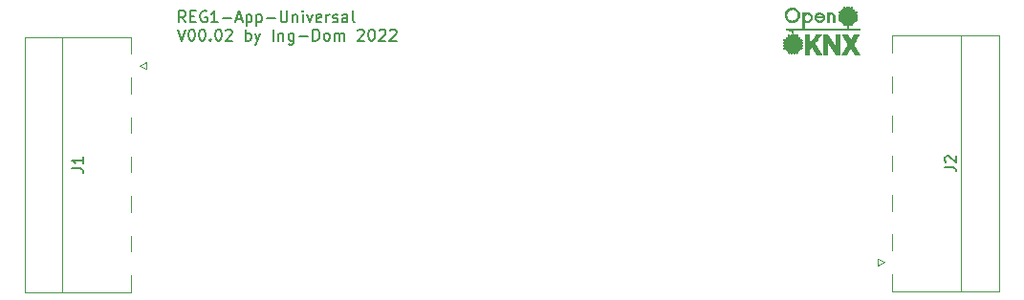
<source format=gbr>
G04 #@! TF.GenerationSoftware,KiCad,Pcbnew,(5.1.4)-1*
G04 #@! TF.CreationDate,2022-11-05T07:13:54+01:00*
G04 #@! TF.ProjectId,REG1-App-Universal,52454731-2d41-4707-902d-556e69766572,V00.02*
G04 #@! TF.SameCoordinates,Original*
G04 #@! TF.FileFunction,Legend,Top*
G04 #@! TF.FilePolarity,Positive*
%FSLAX46Y46*%
G04 Gerber Fmt 4.6, Leading zero omitted, Abs format (unit mm)*
G04 Created by KiCad (PCBNEW (5.1.4)-1) date 2022-11-05 07:13:54*
%MOMM*%
%LPD*%
G04 APERTURE LIST*
%ADD10C,0.150000*%
%ADD11C,0.010000*%
%ADD12C,0.120000*%
G04 APERTURE END LIST*
D10*
X82607023Y-94727380D02*
X82273690Y-94251190D01*
X82035595Y-94727380D02*
X82035595Y-93727380D01*
X82416547Y-93727380D01*
X82511785Y-93775000D01*
X82559404Y-93822619D01*
X82607023Y-93917857D01*
X82607023Y-94060714D01*
X82559404Y-94155952D01*
X82511785Y-94203571D01*
X82416547Y-94251190D01*
X82035595Y-94251190D01*
X83035595Y-94203571D02*
X83368928Y-94203571D01*
X83511785Y-94727380D02*
X83035595Y-94727380D01*
X83035595Y-93727380D01*
X83511785Y-93727380D01*
X84464166Y-93775000D02*
X84368928Y-93727380D01*
X84226071Y-93727380D01*
X84083214Y-93775000D01*
X83987976Y-93870238D01*
X83940357Y-93965476D01*
X83892738Y-94155952D01*
X83892738Y-94298809D01*
X83940357Y-94489285D01*
X83987976Y-94584523D01*
X84083214Y-94679761D01*
X84226071Y-94727380D01*
X84321309Y-94727380D01*
X84464166Y-94679761D01*
X84511785Y-94632142D01*
X84511785Y-94298809D01*
X84321309Y-94298809D01*
X85464166Y-94727380D02*
X84892738Y-94727380D01*
X85178452Y-94727380D02*
X85178452Y-93727380D01*
X85083214Y-93870238D01*
X84987976Y-93965476D01*
X84892738Y-94013095D01*
X85892738Y-94346428D02*
X86654642Y-94346428D01*
X87083214Y-94441666D02*
X87559404Y-94441666D01*
X86987976Y-94727380D02*
X87321309Y-93727380D01*
X87654642Y-94727380D01*
X87987976Y-94060714D02*
X87987976Y-95060714D01*
X87987976Y-94108333D02*
X88083214Y-94060714D01*
X88273690Y-94060714D01*
X88368928Y-94108333D01*
X88416547Y-94155952D01*
X88464166Y-94251190D01*
X88464166Y-94536904D01*
X88416547Y-94632142D01*
X88368928Y-94679761D01*
X88273690Y-94727380D01*
X88083214Y-94727380D01*
X87987976Y-94679761D01*
X88892738Y-94060714D02*
X88892738Y-95060714D01*
X88892738Y-94108333D02*
X88987976Y-94060714D01*
X89178452Y-94060714D01*
X89273690Y-94108333D01*
X89321309Y-94155952D01*
X89368928Y-94251190D01*
X89368928Y-94536904D01*
X89321309Y-94632142D01*
X89273690Y-94679761D01*
X89178452Y-94727380D01*
X88987976Y-94727380D01*
X88892738Y-94679761D01*
X89797500Y-94346428D02*
X90559404Y-94346428D01*
X91035595Y-93727380D02*
X91035595Y-94536904D01*
X91083214Y-94632142D01*
X91130833Y-94679761D01*
X91226071Y-94727380D01*
X91416547Y-94727380D01*
X91511785Y-94679761D01*
X91559404Y-94632142D01*
X91607023Y-94536904D01*
X91607023Y-93727380D01*
X92083214Y-94060714D02*
X92083214Y-94727380D01*
X92083214Y-94155952D02*
X92130833Y-94108333D01*
X92226071Y-94060714D01*
X92368928Y-94060714D01*
X92464166Y-94108333D01*
X92511785Y-94203571D01*
X92511785Y-94727380D01*
X92987976Y-94727380D02*
X92987976Y-94060714D01*
X92987976Y-93727380D02*
X92940357Y-93775000D01*
X92987976Y-93822619D01*
X93035595Y-93775000D01*
X92987976Y-93727380D01*
X92987976Y-93822619D01*
X93368928Y-94060714D02*
X93607023Y-94727380D01*
X93845119Y-94060714D01*
X94607023Y-94679761D02*
X94511785Y-94727380D01*
X94321309Y-94727380D01*
X94226071Y-94679761D01*
X94178452Y-94584523D01*
X94178452Y-94203571D01*
X94226071Y-94108333D01*
X94321309Y-94060714D01*
X94511785Y-94060714D01*
X94607023Y-94108333D01*
X94654642Y-94203571D01*
X94654642Y-94298809D01*
X94178452Y-94394047D01*
X95083214Y-94727380D02*
X95083214Y-94060714D01*
X95083214Y-94251190D02*
X95130833Y-94155952D01*
X95178452Y-94108333D01*
X95273690Y-94060714D01*
X95368928Y-94060714D01*
X95654642Y-94679761D02*
X95749880Y-94727380D01*
X95940357Y-94727380D01*
X96035595Y-94679761D01*
X96083214Y-94584523D01*
X96083214Y-94536904D01*
X96035595Y-94441666D01*
X95940357Y-94394047D01*
X95797500Y-94394047D01*
X95702261Y-94346428D01*
X95654642Y-94251190D01*
X95654642Y-94203571D01*
X95702261Y-94108333D01*
X95797500Y-94060714D01*
X95940357Y-94060714D01*
X96035595Y-94108333D01*
X96940357Y-94727380D02*
X96940357Y-94203571D01*
X96892738Y-94108333D01*
X96797500Y-94060714D01*
X96607023Y-94060714D01*
X96511785Y-94108333D01*
X96940357Y-94679761D02*
X96845119Y-94727380D01*
X96607023Y-94727380D01*
X96511785Y-94679761D01*
X96464166Y-94584523D01*
X96464166Y-94489285D01*
X96511785Y-94394047D01*
X96607023Y-94346428D01*
X96845119Y-94346428D01*
X96940357Y-94298809D01*
X97559404Y-94727380D02*
X97464166Y-94679761D01*
X97416547Y-94584523D01*
X97416547Y-93727380D01*
X81892738Y-95377380D02*
X82226071Y-96377380D01*
X82559404Y-95377380D01*
X83083214Y-95377380D02*
X83178452Y-95377380D01*
X83273690Y-95425000D01*
X83321309Y-95472619D01*
X83368928Y-95567857D01*
X83416547Y-95758333D01*
X83416547Y-95996428D01*
X83368928Y-96186904D01*
X83321309Y-96282142D01*
X83273690Y-96329761D01*
X83178452Y-96377380D01*
X83083214Y-96377380D01*
X82987976Y-96329761D01*
X82940357Y-96282142D01*
X82892738Y-96186904D01*
X82845119Y-95996428D01*
X82845119Y-95758333D01*
X82892738Y-95567857D01*
X82940357Y-95472619D01*
X82987976Y-95425000D01*
X83083214Y-95377380D01*
X84035595Y-95377380D02*
X84130833Y-95377380D01*
X84226071Y-95425000D01*
X84273690Y-95472619D01*
X84321309Y-95567857D01*
X84368928Y-95758333D01*
X84368928Y-95996428D01*
X84321309Y-96186904D01*
X84273690Y-96282142D01*
X84226071Y-96329761D01*
X84130833Y-96377380D01*
X84035595Y-96377380D01*
X83940357Y-96329761D01*
X83892738Y-96282142D01*
X83845119Y-96186904D01*
X83797500Y-95996428D01*
X83797500Y-95758333D01*
X83845119Y-95567857D01*
X83892738Y-95472619D01*
X83940357Y-95425000D01*
X84035595Y-95377380D01*
X84797500Y-96282142D02*
X84845119Y-96329761D01*
X84797500Y-96377380D01*
X84749880Y-96329761D01*
X84797500Y-96282142D01*
X84797500Y-96377380D01*
X85464166Y-95377380D02*
X85559404Y-95377380D01*
X85654642Y-95425000D01*
X85702261Y-95472619D01*
X85749880Y-95567857D01*
X85797500Y-95758333D01*
X85797500Y-95996428D01*
X85749880Y-96186904D01*
X85702261Y-96282142D01*
X85654642Y-96329761D01*
X85559404Y-96377380D01*
X85464166Y-96377380D01*
X85368928Y-96329761D01*
X85321309Y-96282142D01*
X85273690Y-96186904D01*
X85226071Y-95996428D01*
X85226071Y-95758333D01*
X85273690Y-95567857D01*
X85321309Y-95472619D01*
X85368928Y-95425000D01*
X85464166Y-95377380D01*
X86178452Y-95472619D02*
X86226071Y-95425000D01*
X86321309Y-95377380D01*
X86559404Y-95377380D01*
X86654642Y-95425000D01*
X86702261Y-95472619D01*
X86749880Y-95567857D01*
X86749880Y-95663095D01*
X86702261Y-95805952D01*
X86130833Y-96377380D01*
X86749880Y-96377380D01*
X87940357Y-96377380D02*
X87940357Y-95377380D01*
X87940357Y-95758333D02*
X88035595Y-95710714D01*
X88226071Y-95710714D01*
X88321309Y-95758333D01*
X88368928Y-95805952D01*
X88416547Y-95901190D01*
X88416547Y-96186904D01*
X88368928Y-96282142D01*
X88321309Y-96329761D01*
X88226071Y-96377380D01*
X88035595Y-96377380D01*
X87940357Y-96329761D01*
X88749880Y-95710714D02*
X88987976Y-96377380D01*
X89226071Y-95710714D02*
X88987976Y-96377380D01*
X88892738Y-96615476D01*
X88845119Y-96663095D01*
X88749880Y-96710714D01*
X90368928Y-96377380D02*
X90368928Y-95377380D01*
X90845119Y-95710714D02*
X90845119Y-96377380D01*
X90845119Y-95805952D02*
X90892738Y-95758333D01*
X90987976Y-95710714D01*
X91130833Y-95710714D01*
X91226071Y-95758333D01*
X91273690Y-95853571D01*
X91273690Y-96377380D01*
X92178452Y-95710714D02*
X92178452Y-96520238D01*
X92130833Y-96615476D01*
X92083214Y-96663095D01*
X91987976Y-96710714D01*
X91845119Y-96710714D01*
X91749880Y-96663095D01*
X92178452Y-96329761D02*
X92083214Y-96377380D01*
X91892738Y-96377380D01*
X91797500Y-96329761D01*
X91749880Y-96282142D01*
X91702261Y-96186904D01*
X91702261Y-95901190D01*
X91749880Y-95805952D01*
X91797500Y-95758333D01*
X91892738Y-95710714D01*
X92083214Y-95710714D01*
X92178452Y-95758333D01*
X92654642Y-95996428D02*
X93416547Y-95996428D01*
X93892738Y-96377380D02*
X93892738Y-95377380D01*
X94130833Y-95377380D01*
X94273690Y-95425000D01*
X94368928Y-95520238D01*
X94416547Y-95615476D01*
X94464166Y-95805952D01*
X94464166Y-95948809D01*
X94416547Y-96139285D01*
X94368928Y-96234523D01*
X94273690Y-96329761D01*
X94130833Y-96377380D01*
X93892738Y-96377380D01*
X95035595Y-96377380D02*
X94940357Y-96329761D01*
X94892738Y-96282142D01*
X94845119Y-96186904D01*
X94845119Y-95901190D01*
X94892738Y-95805952D01*
X94940357Y-95758333D01*
X95035595Y-95710714D01*
X95178452Y-95710714D01*
X95273690Y-95758333D01*
X95321309Y-95805952D01*
X95368928Y-95901190D01*
X95368928Y-96186904D01*
X95321309Y-96282142D01*
X95273690Y-96329761D01*
X95178452Y-96377380D01*
X95035595Y-96377380D01*
X95797500Y-96377380D02*
X95797500Y-95710714D01*
X95797500Y-95805952D02*
X95845119Y-95758333D01*
X95940357Y-95710714D01*
X96083214Y-95710714D01*
X96178452Y-95758333D01*
X96226071Y-95853571D01*
X96226071Y-96377380D01*
X96226071Y-95853571D02*
X96273690Y-95758333D01*
X96368928Y-95710714D01*
X96511785Y-95710714D01*
X96607023Y-95758333D01*
X96654642Y-95853571D01*
X96654642Y-96377380D01*
X97845119Y-95472619D02*
X97892738Y-95425000D01*
X97987976Y-95377380D01*
X98226071Y-95377380D01*
X98321309Y-95425000D01*
X98368928Y-95472619D01*
X98416547Y-95567857D01*
X98416547Y-95663095D01*
X98368928Y-95805952D01*
X97797500Y-96377380D01*
X98416547Y-96377380D01*
X99035595Y-95377380D02*
X99130833Y-95377380D01*
X99226071Y-95425000D01*
X99273690Y-95472619D01*
X99321309Y-95567857D01*
X99368928Y-95758333D01*
X99368928Y-95996428D01*
X99321309Y-96186904D01*
X99273690Y-96282142D01*
X99226071Y-96329761D01*
X99130833Y-96377380D01*
X99035595Y-96377380D01*
X98940357Y-96329761D01*
X98892738Y-96282142D01*
X98845119Y-96186904D01*
X98797500Y-95996428D01*
X98797500Y-95758333D01*
X98845119Y-95567857D01*
X98892738Y-95472619D01*
X98940357Y-95425000D01*
X99035595Y-95377380D01*
X99749880Y-95472619D02*
X99797500Y-95425000D01*
X99892738Y-95377380D01*
X100130833Y-95377380D01*
X100226071Y-95425000D01*
X100273690Y-95472619D01*
X100321309Y-95567857D01*
X100321309Y-95663095D01*
X100273690Y-95805952D01*
X99702261Y-96377380D01*
X100321309Y-96377380D01*
X100702261Y-95472619D02*
X100749880Y-95425000D01*
X100845119Y-95377380D01*
X101083214Y-95377380D01*
X101178452Y-95425000D01*
X101226071Y-95472619D01*
X101273690Y-95567857D01*
X101273690Y-95663095D01*
X101226071Y-95805952D01*
X100654642Y-96377380D01*
X101273690Y-96377380D01*
D11*
G36*
X139767732Y-93866770D02*
G01*
X139862945Y-93888676D01*
X139941100Y-93937311D01*
X140002493Y-94012880D01*
X140017236Y-94039925D01*
X140031809Y-94070347D01*
X140042513Y-94098208D01*
X140049945Y-94128979D01*
X140054700Y-94168130D01*
X140057375Y-94221131D01*
X140058565Y-94293453D01*
X140058868Y-94390567D01*
X140058875Y-94421991D01*
X140058875Y-94720500D01*
X139931875Y-94720500D01*
X139931786Y-94454593D01*
X139930793Y-94335083D01*
X139927366Y-94242652D01*
X139920703Y-94172673D01*
X139909998Y-94120517D01*
X139894447Y-94081556D01*
X139873248Y-94051162D01*
X139859182Y-94036696D01*
X139809802Y-94008684D01*
X139746176Y-93996458D01*
X139680781Y-94000363D01*
X139626098Y-94020741D01*
X139613850Y-94029937D01*
X139587147Y-94057432D01*
X139567126Y-94089001D01*
X139552865Y-94129452D01*
X139543447Y-94183594D01*
X139537950Y-94256236D01*
X139535454Y-94352188D01*
X139535000Y-94442177D01*
X139535000Y-94720500D01*
X139408000Y-94720500D01*
X139408000Y-93879125D01*
X139471500Y-93879125D01*
X139514871Y-93882716D01*
X139533252Y-93895102D01*
X139535000Y-93904260D01*
X139540875Y-93922884D01*
X139546906Y-93923267D01*
X139621305Y-93888566D01*
X139681700Y-93870210D01*
X139739354Y-93865319D01*
X139767732Y-93866770D01*
X139767732Y-93866770D01*
G37*
X139767732Y-93866770D02*
X139862945Y-93888676D01*
X139941100Y-93937311D01*
X140002493Y-94012880D01*
X140017236Y-94039925D01*
X140031809Y-94070347D01*
X140042513Y-94098208D01*
X140049945Y-94128979D01*
X140054700Y-94168130D01*
X140057375Y-94221131D01*
X140058565Y-94293453D01*
X140058868Y-94390567D01*
X140058875Y-94421991D01*
X140058875Y-94720500D01*
X139931875Y-94720500D01*
X139931786Y-94454593D01*
X139930793Y-94335083D01*
X139927366Y-94242652D01*
X139920703Y-94172673D01*
X139909998Y-94120517D01*
X139894447Y-94081556D01*
X139873248Y-94051162D01*
X139859182Y-94036696D01*
X139809802Y-94008684D01*
X139746176Y-93996458D01*
X139680781Y-94000363D01*
X139626098Y-94020741D01*
X139613850Y-94029937D01*
X139587147Y-94057432D01*
X139567126Y-94089001D01*
X139552865Y-94129452D01*
X139543447Y-94183594D01*
X139537950Y-94256236D01*
X139535454Y-94352188D01*
X139535000Y-94442177D01*
X139535000Y-94720500D01*
X139408000Y-94720500D01*
X139408000Y-93879125D01*
X139471500Y-93879125D01*
X139514871Y-93882716D01*
X139533252Y-93895102D01*
X139535000Y-93904260D01*
X139540875Y-93922884D01*
X139546906Y-93923267D01*
X139621305Y-93888566D01*
X139681700Y-93870210D01*
X139739354Y-93865319D01*
X139767732Y-93866770D01*
G36*
X138845469Y-93879191D02*
G01*
X138940416Y-93918298D01*
X139023894Y-93976748D01*
X139091215Y-94051938D01*
X139137692Y-94141259D01*
X139158635Y-94242106D01*
X139158995Y-94248860D01*
X139161937Y-94315687D01*
X138790918Y-94319953D01*
X138419900Y-94324219D01*
X138430146Y-94375451D01*
X138453463Y-94433560D01*
X138496337Y-94494414D01*
X138549913Y-94546590D01*
X138577624Y-94565667D01*
X138624022Y-94585473D01*
X138681330Y-94600666D01*
X138697301Y-94603314D01*
X138774039Y-94600889D01*
X138853013Y-94577029D01*
X138923650Y-94536505D01*
X138975379Y-94484088D01*
X138980966Y-94475304D01*
X139005822Y-94439280D01*
X139032444Y-94423031D01*
X139074687Y-94418917D01*
X139083304Y-94418875D01*
X139152348Y-94418875D01*
X139134363Y-94470468D01*
X139103897Y-94525491D01*
X139053072Y-94585349D01*
X138990543Y-94641989D01*
X138924967Y-94687357D01*
X138877193Y-94709763D01*
X138774544Y-94732030D01*
X138671650Y-94731592D01*
X138596506Y-94714458D01*
X138484953Y-94660412D01*
X138398693Y-94587483D01*
X138338364Y-94496559D01*
X138304601Y-94388529D01*
X138297098Y-94296353D01*
X138309275Y-94196625D01*
X138438809Y-94196625D01*
X138724967Y-94196625D01*
X138816317Y-94195914D01*
X138895606Y-94193938D01*
X138957829Y-94190936D01*
X138997980Y-94187142D01*
X139011125Y-94183097D01*
X138999069Y-94150271D01*
X138967995Y-94108625D01*
X138925544Y-94066584D01*
X138879355Y-94032576D01*
X138869721Y-94027151D01*
X138781578Y-93997238D01*
X138690897Y-93995472D01*
X138604256Y-94019826D01*
X138528237Y-94068271D01*
X138469416Y-94138780D01*
X138461521Y-94152968D01*
X138438809Y-94196625D01*
X138309275Y-94196625D01*
X138311682Y-94176913D01*
X138353922Y-94072472D01*
X138422779Y-93984718D01*
X138517214Y-93915338D01*
X138538699Y-93904005D01*
X138639923Y-93869439D01*
X138743742Y-93862036D01*
X138845469Y-93879191D01*
X138845469Y-93879191D01*
G37*
X138845469Y-93879191D02*
X138940416Y-93918298D01*
X139023894Y-93976748D01*
X139091215Y-94051938D01*
X139137692Y-94141259D01*
X139158635Y-94242106D01*
X139158995Y-94248860D01*
X139161937Y-94315687D01*
X138790918Y-94319953D01*
X138419900Y-94324219D01*
X138430146Y-94375451D01*
X138453463Y-94433560D01*
X138496337Y-94494414D01*
X138549913Y-94546590D01*
X138577624Y-94565667D01*
X138624022Y-94585473D01*
X138681330Y-94600666D01*
X138697301Y-94603314D01*
X138774039Y-94600889D01*
X138853013Y-94577029D01*
X138923650Y-94536505D01*
X138975379Y-94484088D01*
X138980966Y-94475304D01*
X139005822Y-94439280D01*
X139032444Y-94423031D01*
X139074687Y-94418917D01*
X139083304Y-94418875D01*
X139152348Y-94418875D01*
X139134363Y-94470468D01*
X139103897Y-94525491D01*
X139053072Y-94585349D01*
X138990543Y-94641989D01*
X138924967Y-94687357D01*
X138877193Y-94709763D01*
X138774544Y-94732030D01*
X138671650Y-94731592D01*
X138596506Y-94714458D01*
X138484953Y-94660412D01*
X138398693Y-94587483D01*
X138338364Y-94496559D01*
X138304601Y-94388529D01*
X138297098Y-94296353D01*
X138309275Y-94196625D01*
X138438809Y-94196625D01*
X138724967Y-94196625D01*
X138816317Y-94195914D01*
X138895606Y-94193938D01*
X138957829Y-94190936D01*
X138997980Y-94187142D01*
X139011125Y-94183097D01*
X138999069Y-94150271D01*
X138967995Y-94108625D01*
X138925544Y-94066584D01*
X138879355Y-94032576D01*
X138869721Y-94027151D01*
X138781578Y-93997238D01*
X138690897Y-93995472D01*
X138604256Y-94019826D01*
X138528237Y-94068271D01*
X138469416Y-94138780D01*
X138461521Y-94152968D01*
X138438809Y-94196625D01*
X138309275Y-94196625D01*
X138311682Y-94176913D01*
X138353922Y-94072472D01*
X138422779Y-93984718D01*
X138517214Y-93915338D01*
X138538699Y-93904005D01*
X138639923Y-93869439D01*
X138743742Y-93862036D01*
X138845469Y-93879191D01*
G36*
X136389104Y-93442612D02*
G01*
X136506698Y-93468292D01*
X136618405Y-93516615D01*
X136720699Y-93588130D01*
X136810052Y-93683387D01*
X136879551Y-93795994D01*
X136906391Y-93851861D01*
X136923717Y-93895486D01*
X136933606Y-93936920D01*
X136938137Y-93986211D01*
X136939389Y-94053407D01*
X136939437Y-94085499D01*
X136938883Y-94162067D01*
X136935834Y-94216937D01*
X136928212Y-94260156D01*
X136913938Y-94301773D01*
X136890933Y-94351838D01*
X136879551Y-94375005D01*
X136803770Y-94494384D01*
X136707212Y-94592000D01*
X136593835Y-94665994D01*
X136467596Y-94714508D01*
X136332456Y-94735682D01*
X136192370Y-94727658D01*
X136147556Y-94718717D01*
X136023586Y-94674146D01*
X135912490Y-94604165D01*
X135817232Y-94513223D01*
X135740777Y-94405772D01*
X135686089Y-94286262D01*
X135656133Y-94159141D01*
X135654205Y-94047959D01*
X135788916Y-94047959D01*
X135793866Y-94164732D01*
X135820779Y-94265833D01*
X135875777Y-94370768D01*
X135954007Y-94460863D01*
X136049687Y-94531449D01*
X136157035Y-94577857D01*
X136224903Y-94592187D01*
X136311203Y-94595607D01*
X136402152Y-94586789D01*
X136484180Y-94567582D01*
X136524461Y-94551342D01*
X136626510Y-94483421D01*
X136709078Y-94395740D01*
X136769798Y-94293450D01*
X136806299Y-94181699D01*
X136816213Y-94065638D01*
X136798634Y-93955342D01*
X136752475Y-93844776D01*
X136684341Y-93746813D01*
X136599394Y-93666845D01*
X136502797Y-93610265D01*
X136451086Y-93592253D01*
X136327458Y-93573448D01*
X136209638Y-93582559D01*
X136100559Y-93616451D01*
X136003153Y-93671992D01*
X135920353Y-93746048D01*
X135855092Y-93835483D01*
X135810302Y-93937165D01*
X135788916Y-94047959D01*
X135654205Y-94047959D01*
X135653873Y-94028862D01*
X135659650Y-93986281D01*
X135697372Y-93850627D01*
X135757422Y-93733214D01*
X135836273Y-93634592D01*
X135930398Y-93555313D01*
X136036271Y-93495925D01*
X136150364Y-93456978D01*
X136269151Y-93439024D01*
X136389104Y-93442612D01*
X136389104Y-93442612D01*
G37*
X136389104Y-93442612D02*
X136506698Y-93468292D01*
X136618405Y-93516615D01*
X136720699Y-93588130D01*
X136810052Y-93683387D01*
X136879551Y-93795994D01*
X136906391Y-93851861D01*
X136923717Y-93895486D01*
X136933606Y-93936920D01*
X136938137Y-93986211D01*
X136939389Y-94053407D01*
X136939437Y-94085499D01*
X136938883Y-94162067D01*
X136935834Y-94216937D01*
X136928212Y-94260156D01*
X136913938Y-94301773D01*
X136890933Y-94351838D01*
X136879551Y-94375005D01*
X136803770Y-94494384D01*
X136707212Y-94592000D01*
X136593835Y-94665994D01*
X136467596Y-94714508D01*
X136332456Y-94735682D01*
X136192370Y-94727658D01*
X136147556Y-94718717D01*
X136023586Y-94674146D01*
X135912490Y-94604165D01*
X135817232Y-94513223D01*
X135740777Y-94405772D01*
X135686089Y-94286262D01*
X135656133Y-94159141D01*
X135654205Y-94047959D01*
X135788916Y-94047959D01*
X135793866Y-94164732D01*
X135820779Y-94265833D01*
X135875777Y-94370768D01*
X135954007Y-94460863D01*
X136049687Y-94531449D01*
X136157035Y-94577857D01*
X136224903Y-94592187D01*
X136311203Y-94595607D01*
X136402152Y-94586789D01*
X136484180Y-94567582D01*
X136524461Y-94551342D01*
X136626510Y-94483421D01*
X136709078Y-94395740D01*
X136769798Y-94293450D01*
X136806299Y-94181699D01*
X136816213Y-94065638D01*
X136798634Y-93955342D01*
X136752475Y-93844776D01*
X136684341Y-93746813D01*
X136599394Y-93666845D01*
X136502797Y-93610265D01*
X136451086Y-93592253D01*
X136327458Y-93573448D01*
X136209638Y-93582559D01*
X136100559Y-93616451D01*
X136003153Y-93671992D01*
X135920353Y-93746048D01*
X135855092Y-93835483D01*
X135810302Y-93937165D01*
X135788916Y-94047959D01*
X135654205Y-94047959D01*
X135653873Y-94028862D01*
X135659650Y-93986281D01*
X135697372Y-93850627D01*
X135757422Y-93733214D01*
X135836273Y-93634592D01*
X135930398Y-93555313D01*
X136036271Y-93495925D01*
X136150364Y-93456978D01*
X136269151Y-93439024D01*
X136389104Y-93442612D01*
G36*
X141374876Y-93380025D02*
G01*
X141397624Y-93409429D01*
X141407424Y-93463388D01*
X141408250Y-93493362D01*
X141409373Y-93542223D01*
X141415228Y-93567255D01*
X141429545Y-93576363D01*
X141447937Y-93577500D01*
X141472297Y-93574595D01*
X141483924Y-93560246D01*
X141487447Y-93525999D01*
X141487625Y-93505018D01*
X141494428Y-93433559D01*
X141514367Y-93388466D01*
X141546732Y-93371255D01*
X141550385Y-93371125D01*
X141592797Y-93375359D01*
X141617168Y-93392370D01*
X141628169Y-93428618D01*
X141630500Y-93481964D01*
X141631330Y-93533599D01*
X141636653Y-93561982D01*
X141650712Y-93575609D01*
X141677754Y-93582978D01*
X141681330Y-93583697D01*
X141747071Y-93611810D01*
X141793947Y-93663026D01*
X141815391Y-93723424D01*
X141825057Y-93783875D01*
X141907166Y-93783875D01*
X141971723Y-93789275D01*
X142010100Y-93807041D01*
X142026245Y-93839518D01*
X142027375Y-93855312D01*
X142018474Y-93893376D01*
X141989070Y-93916124D01*
X141935111Y-93925924D01*
X141905137Y-93926750D01*
X141856276Y-93927873D01*
X141831244Y-93933728D01*
X141822136Y-93948045D01*
X141821000Y-93966437D01*
X141823904Y-93990797D01*
X141838253Y-94002424D01*
X141872500Y-94005947D01*
X141893481Y-94006125D01*
X141965790Y-94013000D01*
X142010112Y-94033860D01*
X142027131Y-94069058D01*
X142027375Y-94074946D01*
X142019017Y-94114158D01*
X141991042Y-94137607D01*
X141939095Y-94147931D01*
X141905137Y-94149000D01*
X141856276Y-94150123D01*
X141831244Y-94155978D01*
X141822136Y-94170295D01*
X141821000Y-94188687D01*
X141823381Y-94211735D01*
X141835795Y-94223542D01*
X141866147Y-94227839D01*
X141905137Y-94228375D01*
X141970268Y-94233576D01*
X142009193Y-94250760D01*
X142025962Y-94282294D01*
X142027375Y-94299812D01*
X142018474Y-94337876D01*
X141989070Y-94360624D01*
X141935111Y-94370424D01*
X141905137Y-94371250D01*
X141856213Y-94372446D01*
X141831145Y-94378387D01*
X141822062Y-94392602D01*
X141821000Y-94408971D01*
X141824003Y-94430773D01*
X141838090Y-94443248D01*
X141870874Y-94450262D01*
X141909773Y-94454055D01*
X141971929Y-94463538D01*
X142008341Y-94482028D01*
X142024648Y-94513718D01*
X142027131Y-94541347D01*
X142013516Y-94578343D01*
X141971918Y-94600964D01*
X141902125Y-94609319D01*
X141894550Y-94609375D01*
X141848520Y-94611929D01*
X141824344Y-94622394D01*
X141812343Y-94644974D01*
X141812307Y-94645093D01*
X141779569Y-94703612D01*
X141726631Y-94746314D01*
X141683523Y-94761711D01*
X141653579Y-94768698D01*
X141637772Y-94780899D01*
X141631584Y-94806855D01*
X141630501Y-94855105D01*
X141630500Y-94861966D01*
X141625492Y-94929947D01*
X141609277Y-94971114D01*
X141580066Y-94988971D01*
X141564958Y-94990375D01*
X141523548Y-94976586D01*
X141497825Y-94935211D01*
X141487780Y-94866238D01*
X141487625Y-94854303D01*
X141486562Y-94804704D01*
X141480976Y-94779024D01*
X141467265Y-94769446D01*
X141447937Y-94768125D01*
X141425657Y-94770235D01*
X141413794Y-94781619D01*
X141409080Y-94809853D01*
X141408250Y-94860200D01*
X141403395Y-94928647D01*
X141387622Y-94970279D01*
X141359118Y-94988696D01*
X141342708Y-94990375D01*
X141301298Y-94976586D01*
X141275575Y-94935211D01*
X141265530Y-94866238D01*
X141265375Y-94854303D01*
X141264312Y-94804704D01*
X141258726Y-94779024D01*
X141245015Y-94769446D01*
X141225687Y-94768125D01*
X141203721Y-94770132D01*
X141191845Y-94781115D01*
X141186968Y-94808516D01*
X141186001Y-94859779D01*
X141186000Y-94863715D01*
X141184735Y-94917807D01*
X141178778Y-94949235D01*
X141164889Y-94967049D01*
X141145079Y-94977950D01*
X141102403Y-94989351D01*
X141073037Y-94976557D01*
X141055057Y-94937378D01*
X141046536Y-94869626D01*
X141046336Y-94865693D01*
X141042815Y-94812041D01*
X141036682Y-94782791D01*
X141024649Y-94770600D01*
X141003432Y-94768125D01*
X141002679Y-94768125D01*
X140980133Y-94770584D01*
X140968539Y-94783204D01*
X140964288Y-94813847D01*
X140963750Y-94852977D01*
X140959648Y-94913341D01*
X140945906Y-94951098D01*
X140934718Y-94964102D01*
X140892689Y-94987953D01*
X140854583Y-94980374D01*
X140829712Y-94955092D01*
X140814255Y-94917027D01*
X140805664Y-94864484D01*
X140805000Y-94846480D01*
X140803428Y-94801244D01*
X140793885Y-94776974D01*
X140769124Y-94762896D01*
X140743252Y-94754650D01*
X140689209Y-94727416D01*
X140648974Y-94686433D01*
X140630714Y-94640448D01*
X140630375Y-94633746D01*
X140622407Y-94618520D01*
X140594367Y-94611049D01*
X140551000Y-94609375D01*
X140489154Y-94601277D01*
X140440483Y-94579687D01*
X140412280Y-94548656D01*
X140408125Y-94530000D01*
X140422712Y-94495530D01*
X140461722Y-94468529D01*
X140518022Y-94452928D01*
X140552104Y-94450625D01*
X140599407Y-94449409D01*
X140622454Y-94443405D01*
X140628716Y-94429073D01*
X140627510Y-94414906D01*
X140620993Y-94394353D01*
X140603581Y-94382763D01*
X140567344Y-94376800D01*
X140531292Y-94374430D01*
X140475140Y-94369035D01*
X140442179Y-94358300D01*
X140423948Y-94339349D01*
X140423008Y-94337647D01*
X140414825Y-94304763D01*
X140430220Y-94268466D01*
X140431175Y-94266997D01*
X140450695Y-94244193D01*
X140477387Y-94232565D01*
X140521558Y-94228602D01*
X140544532Y-94228375D01*
X140594630Y-94227368D01*
X140620215Y-94222278D01*
X140628507Y-94209993D01*
X140627510Y-94192656D01*
X140620993Y-94172103D01*
X140603581Y-94160513D01*
X140567344Y-94154550D01*
X140531292Y-94152180D01*
X140475140Y-94146785D01*
X140442179Y-94136050D01*
X140423948Y-94117099D01*
X140423008Y-94115397D01*
X140414825Y-94082513D01*
X140430220Y-94046216D01*
X140431175Y-94044747D01*
X140450882Y-94021806D01*
X140477895Y-94010188D01*
X140522618Y-94006314D01*
X140543428Y-94006125D01*
X140593303Y-94005084D01*
X140619225Y-93999594D01*
X140628980Y-93986101D01*
X140630375Y-93966437D01*
X140627947Y-93943298D01*
X140615371Y-93931461D01*
X140584709Y-93927123D01*
X140547031Y-93926506D01*
X140475934Y-93920383D01*
X140432962Y-93901604D01*
X140416566Y-93868805D01*
X140425194Y-93820622D01*
X140425574Y-93819593D01*
X140436683Y-93799518D01*
X140456596Y-93788737D01*
X140493795Y-93784472D01*
X140534613Y-93783875D01*
X140630375Y-93783875D01*
X140630375Y-93730630D01*
X140644893Y-93672413D01*
X140683097Y-93622009D01*
X140736959Y-93588775D01*
X140756896Y-93583152D01*
X140785902Y-93574997D01*
X140800046Y-93559505D01*
X140804631Y-93527207D01*
X140805000Y-93497274D01*
X140813508Y-93429589D01*
X140839442Y-93387954D01*
X140883420Y-93371485D01*
X140892887Y-93371125D01*
X140930783Y-93383654D01*
X140954073Y-93422149D01*
X140963473Y-93487963D01*
X140963750Y-93505018D01*
X140965765Y-93550058D01*
X140974161Y-93571521D01*
X140992461Y-93577450D01*
X140995500Y-93577500D01*
X141014650Y-93573257D01*
X141024136Y-93555302D01*
X141027137Y-93515793D01*
X141027250Y-93499258D01*
X141035413Y-93430997D01*
X141060474Y-93388890D01*
X141103285Y-93371690D01*
X141115137Y-93371125D01*
X141153033Y-93383654D01*
X141176323Y-93422149D01*
X141185723Y-93487963D01*
X141186000Y-93505018D01*
X141187590Y-93549507D01*
X141195447Y-93570741D01*
X141214199Y-93577176D01*
X141225687Y-93577500D01*
X141248735Y-93575118D01*
X141260542Y-93562704D01*
X141264839Y-93532352D01*
X141265375Y-93493362D01*
X141270576Y-93428231D01*
X141287760Y-93389306D01*
X141319294Y-93372537D01*
X141336812Y-93371124D01*
X141374876Y-93380025D01*
X141374876Y-93380025D01*
G37*
X141374876Y-93380025D02*
X141397624Y-93409429D01*
X141407424Y-93463388D01*
X141408250Y-93493362D01*
X141409373Y-93542223D01*
X141415228Y-93567255D01*
X141429545Y-93576363D01*
X141447937Y-93577500D01*
X141472297Y-93574595D01*
X141483924Y-93560246D01*
X141487447Y-93525999D01*
X141487625Y-93505018D01*
X141494428Y-93433559D01*
X141514367Y-93388466D01*
X141546732Y-93371255D01*
X141550385Y-93371125D01*
X141592797Y-93375359D01*
X141617168Y-93392370D01*
X141628169Y-93428618D01*
X141630500Y-93481964D01*
X141631330Y-93533599D01*
X141636653Y-93561982D01*
X141650712Y-93575609D01*
X141677754Y-93582978D01*
X141681330Y-93583697D01*
X141747071Y-93611810D01*
X141793947Y-93663026D01*
X141815391Y-93723424D01*
X141825057Y-93783875D01*
X141907166Y-93783875D01*
X141971723Y-93789275D01*
X142010100Y-93807041D01*
X142026245Y-93839518D01*
X142027375Y-93855312D01*
X142018474Y-93893376D01*
X141989070Y-93916124D01*
X141935111Y-93925924D01*
X141905137Y-93926750D01*
X141856276Y-93927873D01*
X141831244Y-93933728D01*
X141822136Y-93948045D01*
X141821000Y-93966437D01*
X141823904Y-93990797D01*
X141838253Y-94002424D01*
X141872500Y-94005947D01*
X141893481Y-94006125D01*
X141965790Y-94013000D01*
X142010112Y-94033860D01*
X142027131Y-94069058D01*
X142027375Y-94074946D01*
X142019017Y-94114158D01*
X141991042Y-94137607D01*
X141939095Y-94147931D01*
X141905137Y-94149000D01*
X141856276Y-94150123D01*
X141831244Y-94155978D01*
X141822136Y-94170295D01*
X141821000Y-94188687D01*
X141823381Y-94211735D01*
X141835795Y-94223542D01*
X141866147Y-94227839D01*
X141905137Y-94228375D01*
X141970268Y-94233576D01*
X142009193Y-94250760D01*
X142025962Y-94282294D01*
X142027375Y-94299812D01*
X142018474Y-94337876D01*
X141989070Y-94360624D01*
X141935111Y-94370424D01*
X141905137Y-94371250D01*
X141856213Y-94372446D01*
X141831145Y-94378387D01*
X141822062Y-94392602D01*
X141821000Y-94408971D01*
X141824003Y-94430773D01*
X141838090Y-94443248D01*
X141870874Y-94450262D01*
X141909773Y-94454055D01*
X141971929Y-94463538D01*
X142008341Y-94482028D01*
X142024648Y-94513718D01*
X142027131Y-94541347D01*
X142013516Y-94578343D01*
X141971918Y-94600964D01*
X141902125Y-94609319D01*
X141894550Y-94609375D01*
X141848520Y-94611929D01*
X141824344Y-94622394D01*
X141812343Y-94644974D01*
X141812307Y-94645093D01*
X141779569Y-94703612D01*
X141726631Y-94746314D01*
X141683523Y-94761711D01*
X141653579Y-94768698D01*
X141637772Y-94780899D01*
X141631584Y-94806855D01*
X141630501Y-94855105D01*
X141630500Y-94861966D01*
X141625492Y-94929947D01*
X141609277Y-94971114D01*
X141580066Y-94988971D01*
X141564958Y-94990375D01*
X141523548Y-94976586D01*
X141497825Y-94935211D01*
X141487780Y-94866238D01*
X141487625Y-94854303D01*
X141486562Y-94804704D01*
X141480976Y-94779024D01*
X141467265Y-94769446D01*
X141447937Y-94768125D01*
X141425657Y-94770235D01*
X141413794Y-94781619D01*
X141409080Y-94809853D01*
X141408250Y-94860200D01*
X141403395Y-94928647D01*
X141387622Y-94970279D01*
X141359118Y-94988696D01*
X141342708Y-94990375D01*
X141301298Y-94976586D01*
X141275575Y-94935211D01*
X141265530Y-94866238D01*
X141265375Y-94854303D01*
X141264312Y-94804704D01*
X141258726Y-94779024D01*
X141245015Y-94769446D01*
X141225687Y-94768125D01*
X141203721Y-94770132D01*
X141191845Y-94781115D01*
X141186968Y-94808516D01*
X141186001Y-94859779D01*
X141186000Y-94863715D01*
X141184735Y-94917807D01*
X141178778Y-94949235D01*
X141164889Y-94967049D01*
X141145079Y-94977950D01*
X141102403Y-94989351D01*
X141073037Y-94976557D01*
X141055057Y-94937378D01*
X141046536Y-94869626D01*
X141046336Y-94865693D01*
X141042815Y-94812041D01*
X141036682Y-94782791D01*
X141024649Y-94770600D01*
X141003432Y-94768125D01*
X141002679Y-94768125D01*
X140980133Y-94770584D01*
X140968539Y-94783204D01*
X140964288Y-94813847D01*
X140963750Y-94852977D01*
X140959648Y-94913341D01*
X140945906Y-94951098D01*
X140934718Y-94964102D01*
X140892689Y-94987953D01*
X140854583Y-94980374D01*
X140829712Y-94955092D01*
X140814255Y-94917027D01*
X140805664Y-94864484D01*
X140805000Y-94846480D01*
X140803428Y-94801244D01*
X140793885Y-94776974D01*
X140769124Y-94762896D01*
X140743252Y-94754650D01*
X140689209Y-94727416D01*
X140648974Y-94686433D01*
X140630714Y-94640448D01*
X140630375Y-94633746D01*
X140622407Y-94618520D01*
X140594367Y-94611049D01*
X140551000Y-94609375D01*
X140489154Y-94601277D01*
X140440483Y-94579687D01*
X140412280Y-94548656D01*
X140408125Y-94530000D01*
X140422712Y-94495530D01*
X140461722Y-94468529D01*
X140518022Y-94452928D01*
X140552104Y-94450625D01*
X140599407Y-94449409D01*
X140622454Y-94443405D01*
X140628716Y-94429073D01*
X140627510Y-94414906D01*
X140620993Y-94394353D01*
X140603581Y-94382763D01*
X140567344Y-94376800D01*
X140531292Y-94374430D01*
X140475140Y-94369035D01*
X140442179Y-94358300D01*
X140423948Y-94339349D01*
X140423008Y-94337647D01*
X140414825Y-94304763D01*
X140430220Y-94268466D01*
X140431175Y-94266997D01*
X140450695Y-94244193D01*
X140477387Y-94232565D01*
X140521558Y-94228602D01*
X140544532Y-94228375D01*
X140594630Y-94227368D01*
X140620215Y-94222278D01*
X140628507Y-94209993D01*
X140627510Y-94192656D01*
X140620993Y-94172103D01*
X140603581Y-94160513D01*
X140567344Y-94154550D01*
X140531292Y-94152180D01*
X140475140Y-94146785D01*
X140442179Y-94136050D01*
X140423948Y-94117099D01*
X140423008Y-94115397D01*
X140414825Y-94082513D01*
X140430220Y-94046216D01*
X140431175Y-94044747D01*
X140450882Y-94021806D01*
X140477895Y-94010188D01*
X140522618Y-94006314D01*
X140543428Y-94006125D01*
X140593303Y-94005084D01*
X140619225Y-93999594D01*
X140628980Y-93986101D01*
X140630375Y-93966437D01*
X140627947Y-93943298D01*
X140615371Y-93931461D01*
X140584709Y-93927123D01*
X140547031Y-93926506D01*
X140475934Y-93920383D01*
X140432962Y-93901604D01*
X140416566Y-93868805D01*
X140425194Y-93820622D01*
X140425574Y-93819593D01*
X140436683Y-93799518D01*
X140456596Y-93788737D01*
X140493795Y-93784472D01*
X140534613Y-93783875D01*
X140630375Y-93783875D01*
X140630375Y-93730630D01*
X140644893Y-93672413D01*
X140683097Y-93622009D01*
X140736959Y-93588775D01*
X140756896Y-93583152D01*
X140785902Y-93574997D01*
X140800046Y-93559505D01*
X140804631Y-93527207D01*
X140805000Y-93497274D01*
X140813508Y-93429589D01*
X140839442Y-93387954D01*
X140883420Y-93371485D01*
X140892887Y-93371125D01*
X140930783Y-93383654D01*
X140954073Y-93422149D01*
X140963473Y-93487963D01*
X140963750Y-93505018D01*
X140965765Y-93550058D01*
X140974161Y-93571521D01*
X140992461Y-93577450D01*
X140995500Y-93577500D01*
X141014650Y-93573257D01*
X141024136Y-93555302D01*
X141027137Y-93515793D01*
X141027250Y-93499258D01*
X141035413Y-93430997D01*
X141060474Y-93388890D01*
X141103285Y-93371690D01*
X141115137Y-93371125D01*
X141153033Y-93383654D01*
X141176323Y-93422149D01*
X141185723Y-93487963D01*
X141186000Y-93505018D01*
X141187590Y-93549507D01*
X141195447Y-93570741D01*
X141214199Y-93577176D01*
X141225687Y-93577500D01*
X141248735Y-93575118D01*
X141260542Y-93562704D01*
X141264839Y-93532352D01*
X141265375Y-93493362D01*
X141270576Y-93428231D01*
X141287760Y-93389306D01*
X141319294Y-93372537D01*
X141336812Y-93371124D01*
X141374876Y-93380025D01*
G36*
X137800689Y-93885072D02*
G01*
X137897845Y-93933439D01*
X137981768Y-94005635D01*
X138047726Y-94099810D01*
X138062549Y-94130363D01*
X138082612Y-94203852D01*
X138088695Y-94292867D01*
X138081209Y-94384634D01*
X138060563Y-94466378D01*
X138051029Y-94488779D01*
X137988760Y-94583300D01*
X137907272Y-94656032D01*
X137811696Y-94705553D01*
X137707166Y-94730445D01*
X137598815Y-94729288D01*
X137491776Y-94700663D01*
X137419996Y-94663277D01*
X137382416Y-94640229D01*
X137357094Y-94626721D01*
X137352527Y-94625250D01*
X137349950Y-94640312D01*
X137347699Y-94682247D01*
X137345910Y-94746181D01*
X137344716Y-94827237D01*
X137344251Y-94920539D01*
X137344250Y-94926875D01*
X137344250Y-95228500D01*
X137217250Y-95228500D01*
X137217250Y-94317213D01*
X137351561Y-94317213D01*
X137371007Y-94404820D01*
X137415750Y-94483141D01*
X137482579Y-94546763D01*
X137568288Y-94590272D01*
X137578629Y-94593568D01*
X137640345Y-94606391D01*
X137699586Y-94603254D01*
X137745527Y-94592545D01*
X137825240Y-94555489D01*
X137888677Y-94496903D01*
X137933718Y-94423058D01*
X137958241Y-94340228D01*
X137960122Y-94254686D01*
X137937240Y-94172704D01*
X137905193Y-94120593D01*
X137833289Y-94051848D01*
X137752006Y-94009713D01*
X137666446Y-93993203D01*
X137581711Y-94001333D01*
X137502905Y-94033118D01*
X137435129Y-94087572D01*
X137383486Y-94163711D01*
X137360618Y-94225734D01*
X137351561Y-94317213D01*
X137217250Y-94317213D01*
X137217250Y-93879125D01*
X137280750Y-93879125D01*
X137321466Y-93881005D01*
X137339566Y-93891197D01*
X137344149Y-93916523D01*
X137344250Y-93926750D01*
X137350267Y-93962996D01*
X137365290Y-93974250D01*
X137384771Y-93957149D01*
X137384945Y-93956868D01*
X137404496Y-93940890D01*
X137443417Y-93918238D01*
X137477164Y-93901461D01*
X137585615Y-93867232D01*
X137695035Y-93862386D01*
X137800689Y-93885072D01*
X137800689Y-93885072D01*
G37*
X137800689Y-93885072D02*
X137897845Y-93933439D01*
X137981768Y-94005635D01*
X138047726Y-94099810D01*
X138062549Y-94130363D01*
X138082612Y-94203852D01*
X138088695Y-94292867D01*
X138081209Y-94384634D01*
X138060563Y-94466378D01*
X138051029Y-94488779D01*
X137988760Y-94583300D01*
X137907272Y-94656032D01*
X137811696Y-94705553D01*
X137707166Y-94730445D01*
X137598815Y-94729288D01*
X137491776Y-94700663D01*
X137419996Y-94663277D01*
X137382416Y-94640229D01*
X137357094Y-94626721D01*
X137352527Y-94625250D01*
X137349950Y-94640312D01*
X137347699Y-94682247D01*
X137345910Y-94746181D01*
X137344716Y-94827237D01*
X137344251Y-94920539D01*
X137344250Y-94926875D01*
X137344250Y-95228500D01*
X137217250Y-95228500D01*
X137217250Y-94317213D01*
X137351561Y-94317213D01*
X137371007Y-94404820D01*
X137415750Y-94483141D01*
X137482579Y-94546763D01*
X137568288Y-94590272D01*
X137578629Y-94593568D01*
X137640345Y-94606391D01*
X137699586Y-94603254D01*
X137745527Y-94592545D01*
X137825240Y-94555489D01*
X137888677Y-94496903D01*
X137933718Y-94423058D01*
X137958241Y-94340228D01*
X137960122Y-94254686D01*
X137937240Y-94172704D01*
X137905193Y-94120593D01*
X137833289Y-94051848D01*
X137752006Y-94009713D01*
X137666446Y-93993203D01*
X137581711Y-94001333D01*
X137502905Y-94033118D01*
X137435129Y-94087572D01*
X137383486Y-94163711D01*
X137360618Y-94225734D01*
X137351561Y-94317213D01*
X137217250Y-94317213D01*
X137217250Y-93879125D01*
X137280750Y-93879125D01*
X137321466Y-93881005D01*
X137339566Y-93891197D01*
X137344149Y-93916523D01*
X137344250Y-93926750D01*
X137350267Y-93962996D01*
X137365290Y-93974250D01*
X137384771Y-93957149D01*
X137384945Y-93956868D01*
X137404496Y-93940890D01*
X137443417Y-93918238D01*
X137477164Y-93901461D01*
X137585615Y-93867232D01*
X137695035Y-93862386D01*
X137800689Y-93885072D01*
G36*
X141241854Y-95048961D02*
G01*
X141251882Y-95062329D01*
X141257676Y-95092489D01*
X141261143Y-95145887D01*
X141262074Y-95168968D01*
X141266710Y-95292000D01*
X141754992Y-95292000D01*
X141904875Y-95292372D01*
X142025263Y-95293547D01*
X142118405Y-95295607D01*
X142186548Y-95298638D01*
X142231941Y-95302724D01*
X142256832Y-95307950D01*
X142262324Y-95311049D01*
X142279348Y-95347316D01*
X142276814Y-95390342D01*
X142262324Y-95415825D01*
X142252950Y-95418272D01*
X142229212Y-95420519D01*
X142190043Y-95422572D01*
X142134373Y-95424439D01*
X142061136Y-95426126D01*
X141969260Y-95427640D01*
X141857680Y-95428988D01*
X141725324Y-95430178D01*
X141571126Y-95431215D01*
X141394015Y-95432107D01*
X141192925Y-95432862D01*
X140966785Y-95433484D01*
X140714528Y-95433983D01*
X140435085Y-95434364D01*
X140127387Y-95434634D01*
X139790366Y-95434801D01*
X139422953Y-95434871D01*
X139318130Y-95434875D01*
X136392986Y-95434875D01*
X136388399Y-95573781D01*
X136385622Y-95640629D01*
X136381511Y-95682121D01*
X136374304Y-95704646D01*
X136362239Y-95714594D01*
X136348726Y-95717677D01*
X136331916Y-95718322D01*
X136321265Y-95710488D01*
X136315031Y-95688255D01*
X136311472Y-95645702D01*
X136309039Y-95582739D01*
X136304437Y-95442812D01*
X136035711Y-95438447D01*
X135930061Y-95435705D01*
X135845068Y-95431379D01*
X135784072Y-95425721D01*
X135750417Y-95418982D01*
X135745992Y-95416659D01*
X135727919Y-95383944D01*
X135728050Y-95342193D01*
X135744049Y-95311050D01*
X135753556Y-95308510D01*
X135777514Y-95306187D01*
X135817031Y-95304072D01*
X135873218Y-95302158D01*
X135947181Y-95300437D01*
X136040030Y-95298900D01*
X136152872Y-95297541D01*
X136286816Y-95296352D01*
X136442971Y-95295325D01*
X136622445Y-95294452D01*
X136826346Y-95293725D01*
X137055783Y-95293137D01*
X137311864Y-95292680D01*
X137595698Y-95292346D01*
X137908392Y-95292128D01*
X138251056Y-95292017D01*
X138473882Y-95292000D01*
X141184664Y-95292000D01*
X141189300Y-95168968D01*
X141192425Y-95106761D01*
X141197266Y-95069857D01*
X141205729Y-95051809D01*
X141219722Y-95046173D01*
X141225687Y-95045937D01*
X141241854Y-95048961D01*
X141241854Y-95048961D01*
G37*
X141241854Y-95048961D02*
X141251882Y-95062329D01*
X141257676Y-95092489D01*
X141261143Y-95145887D01*
X141262074Y-95168968D01*
X141266710Y-95292000D01*
X141754992Y-95292000D01*
X141904875Y-95292372D01*
X142025263Y-95293547D01*
X142118405Y-95295607D01*
X142186548Y-95298638D01*
X142231941Y-95302724D01*
X142256832Y-95307950D01*
X142262324Y-95311049D01*
X142279348Y-95347316D01*
X142276814Y-95390342D01*
X142262324Y-95415825D01*
X142252950Y-95418272D01*
X142229212Y-95420519D01*
X142190043Y-95422572D01*
X142134373Y-95424439D01*
X142061136Y-95426126D01*
X141969260Y-95427640D01*
X141857680Y-95428988D01*
X141725324Y-95430178D01*
X141571126Y-95431215D01*
X141394015Y-95432107D01*
X141192925Y-95432862D01*
X140966785Y-95433484D01*
X140714528Y-95433983D01*
X140435085Y-95434364D01*
X140127387Y-95434634D01*
X139790366Y-95434801D01*
X139422953Y-95434871D01*
X139318130Y-95434875D01*
X136392986Y-95434875D01*
X136388399Y-95573781D01*
X136385622Y-95640629D01*
X136381511Y-95682121D01*
X136374304Y-95704646D01*
X136362239Y-95714594D01*
X136348726Y-95717677D01*
X136331916Y-95718322D01*
X136321265Y-95710488D01*
X136315031Y-95688255D01*
X136311472Y-95645702D01*
X136309039Y-95582739D01*
X136304437Y-95442812D01*
X136035711Y-95438447D01*
X135930061Y-95435705D01*
X135845068Y-95431379D01*
X135784072Y-95425721D01*
X135750417Y-95418982D01*
X135745992Y-95416659D01*
X135727919Y-95383944D01*
X135728050Y-95342193D01*
X135744049Y-95311050D01*
X135753556Y-95308510D01*
X135777514Y-95306187D01*
X135817031Y-95304072D01*
X135873218Y-95302158D01*
X135947181Y-95300437D01*
X136040030Y-95298900D01*
X136152872Y-95297541D01*
X136286816Y-95296352D01*
X136442971Y-95295325D01*
X136622445Y-95294452D01*
X136826346Y-95293725D01*
X137055783Y-95293137D01*
X137311864Y-95292680D01*
X137595698Y-95292346D01*
X137908392Y-95292128D01*
X138251056Y-95292017D01*
X138473882Y-95292000D01*
X141184664Y-95292000D01*
X141189300Y-95168968D01*
X141192425Y-95106761D01*
X141197266Y-95069857D01*
X141205729Y-95051809D01*
X141219722Y-95046173D01*
X141225687Y-95045937D01*
X141241854Y-95048961D01*
G36*
X136727582Y-95820122D02*
G01*
X136749657Y-95836947D01*
X136763056Y-95872472D01*
X136771618Y-95932819D01*
X136772582Y-95942875D01*
X136778570Y-95993206D01*
X136787537Y-96020044D01*
X136804043Y-96031605D01*
X136823773Y-96035155D01*
X136869313Y-96054196D01*
X136910914Y-96093963D01*
X136939644Y-96143829D01*
X136947375Y-96182218D01*
X136949016Y-96209031D01*
X136959224Y-96222814D01*
X136985920Y-96227901D01*
X137032227Y-96228625D01*
X137103911Y-96237086D01*
X137149218Y-96262725D01*
X137168713Y-96305917D01*
X137169625Y-96320597D01*
X137156667Y-96355818D01*
X137117000Y-96377762D01*
X137049436Y-96386989D01*
X137027793Y-96387375D01*
X136980297Y-96388623D01*
X136956458Y-96395023D01*
X136948205Y-96410558D01*
X136947375Y-96427062D01*
X136949681Y-96449904D01*
X136961812Y-96461730D01*
X136991584Y-96466141D01*
X137033553Y-96466750D01*
X137105823Y-96474370D01*
X137150800Y-96497474D01*
X137169108Y-96536427D01*
X137169625Y-96546125D01*
X137156561Y-96588282D01*
X137116954Y-96614519D01*
X137050177Y-96625198D01*
X137033553Y-96625500D01*
X136983495Y-96626914D01*
X136957568Y-96633016D01*
X136948206Y-96646592D01*
X136947375Y-96657250D01*
X136952389Y-96677564D01*
X136972897Y-96686931D01*
X137014843Y-96689234D01*
X137086192Y-96697614D01*
X137137682Y-96720631D01*
X137164623Y-96755924D01*
X137166874Y-96765677D01*
X137164369Y-96806606D01*
X137140526Y-96832419D01*
X137092010Y-96845285D01*
X137040681Y-96847750D01*
X136988564Y-96848631D01*
X136960660Y-96853412D01*
X136949440Y-96865295D01*
X136947375Y-96887437D01*
X136949681Y-96910279D01*
X136961812Y-96922105D01*
X136991584Y-96926516D01*
X137033553Y-96927125D01*
X137105823Y-96934745D01*
X137150800Y-96957849D01*
X137169108Y-96996802D01*
X137169625Y-97006500D01*
X137156561Y-97048657D01*
X137116954Y-97074894D01*
X137050177Y-97085573D01*
X137033553Y-97085875D01*
X136983616Y-97087221D01*
X136957749Y-97093208D01*
X136948320Y-97106755D01*
X136947375Y-97118846D01*
X136934252Y-97156873D01*
X136901633Y-97196820D01*
X136859635Y-97229168D01*
X136818380Y-97244398D01*
X136813658Y-97244625D01*
X136790962Y-97246504D01*
X136778729Y-97257127D01*
X136773733Y-97283973D01*
X136772751Y-97334521D01*
X136772750Y-97339509D01*
X136771144Y-97394543D01*
X136764176Y-97427726D01*
X136748620Y-97448885D01*
X136733062Y-97460397D01*
X136701991Y-97477194D01*
X136677561Y-97474477D01*
X136653687Y-97460397D01*
X136631108Y-97441764D01*
X136619138Y-97417262D01*
X136614551Y-97377066D01*
X136614000Y-97339509D01*
X136613152Y-97286846D01*
X136608525Y-97258457D01*
X136596995Y-97246874D01*
X136575439Y-97244626D01*
X136574312Y-97244625D01*
X136553005Y-97246426D01*
X136541122Y-97256604D01*
X136535919Y-97282321D01*
X136534649Y-97330738D01*
X136534625Y-97348152D01*
X136533483Y-97404994D01*
X136528300Y-97438556D01*
X136516443Y-97457279D01*
X136496945Y-97468848D01*
X136453631Y-97477553D01*
X136425508Y-97467949D01*
X136406828Y-97453614D01*
X136396568Y-97430310D01*
X136392361Y-97389578D01*
X136391750Y-97347253D01*
X136391045Y-97291970D01*
X136387076Y-97261241D01*
X136377062Y-97247874D01*
X136358222Y-97244677D01*
X136352062Y-97244625D01*
X136329332Y-97246891D01*
X136317497Y-97258870D01*
X136313025Y-97288331D01*
X136312375Y-97331937D01*
X136308716Y-97392057D01*
X136295946Y-97431179D01*
X136280625Y-97451000D01*
X136238519Y-97479998D01*
X136202548Y-97479474D01*
X136174963Y-97451418D01*
X136158014Y-97397819D01*
X136153625Y-97338741D01*
X136152760Y-97286343D01*
X136148059Y-97258190D01*
X136136360Y-97246783D01*
X136114501Y-97244625D01*
X136113937Y-97244625D01*
X136091207Y-97246891D01*
X136079372Y-97258870D01*
X136074900Y-97288331D01*
X136074250Y-97331937D01*
X136066546Y-97399529D01*
X136045875Y-97448970D01*
X136015902Y-97476894D01*
X135980286Y-97479935D01*
X135942693Y-97454725D01*
X135941772Y-97453718D01*
X135923031Y-97414593D01*
X135915673Y-97349503D01*
X135915500Y-97334656D01*
X135914160Y-97283162D01*
X135908448Y-97255980D01*
X135895818Y-97245726D01*
X135884496Y-97244625D01*
X135821707Y-97229709D01*
X135770534Y-97187843D01*
X135745787Y-97146840D01*
X135728074Y-97110891D01*
X135709086Y-97092868D01*
X135677876Y-97086592D01*
X135637807Y-97085875D01*
X135574900Y-97080863D01*
X135537546Y-97063568D01*
X135520818Y-97030601D01*
X135518625Y-97003883D01*
X135528933Y-96963856D01*
X135561824Y-96939159D01*
X135620240Y-96928105D01*
X135652518Y-96927125D01*
X135697007Y-96925534D01*
X135718241Y-96917677D01*
X135724676Y-96898925D01*
X135725000Y-96887437D01*
X135722369Y-96863738D01*
X135709024Y-96852007D01*
X135676783Y-96848085D01*
X135646923Y-96847750D01*
X135582747Y-96845458D01*
X135544051Y-96836258D01*
X135524750Y-96816663D01*
X135518761Y-96783185D01*
X135518625Y-96774221D01*
X135527768Y-96731572D01*
X135557560Y-96704644D01*
X135611545Y-96691338D01*
X135662533Y-96689000D01*
X135703663Y-96686242D01*
X135721655Y-96675142D01*
X135725000Y-96657250D01*
X135721064Y-96638634D01*
X135704170Y-96629094D01*
X135666682Y-96625750D01*
X135640862Y-96625500D01*
X135576796Y-96620668D01*
X135538465Y-96604085D01*
X135521046Y-96572620D01*
X135518625Y-96546125D01*
X135526065Y-96504523D01*
X135551602Y-96479633D01*
X135600059Y-96468322D01*
X135640862Y-96466750D01*
X135689723Y-96465626D01*
X135714755Y-96459771D01*
X135723863Y-96445454D01*
X135725000Y-96427062D01*
X135722618Y-96404014D01*
X135710204Y-96392207D01*
X135679852Y-96387910D01*
X135640862Y-96387375D01*
X135577058Y-96382637D01*
X135538884Y-96366189D01*
X135521338Y-96334676D01*
X135518625Y-96305383D01*
X135528933Y-96265356D01*
X135561824Y-96240659D01*
X135620240Y-96229605D01*
X135652518Y-96228625D01*
X135697202Y-96226850D01*
X135718537Y-96218795D01*
X135724849Y-96200357D01*
X135725059Y-96192906D01*
X135739742Y-96132889D01*
X135778540Y-96080215D01*
X135833876Y-96044164D01*
X135851275Y-96038319D01*
X135915500Y-96021026D01*
X135915500Y-95937500D01*
X135920290Y-95873875D01*
X135936903Y-95835864D01*
X135968700Y-95818481D01*
X135997491Y-95815875D01*
X136037518Y-95826183D01*
X136062215Y-95859074D01*
X136073269Y-95917490D01*
X136074250Y-95949768D01*
X136076426Y-95995107D01*
X136085091Y-96016666D01*
X136103451Y-96022247D01*
X136104034Y-96022250D01*
X136121835Y-96016956D01*
X136132627Y-95996359D01*
X136139371Y-95953381D01*
X136141180Y-95933476D01*
X136150785Y-95871061D01*
X136169440Y-95834504D01*
X136201099Y-95818322D01*
X136225856Y-95816118D01*
X136263534Y-95824958D01*
X136286081Y-95854750D01*
X136295741Y-95909371D01*
X136296500Y-95938112D01*
X136297623Y-95986973D01*
X136303478Y-96012005D01*
X136317795Y-96021113D01*
X136336187Y-96022250D01*
X136360547Y-96019345D01*
X136372174Y-96004996D01*
X136375697Y-95970749D01*
X136375875Y-95949768D01*
X136381784Y-95879946D01*
X136400640Y-95836867D01*
X136434128Y-95817585D01*
X136452633Y-95815875D01*
X136495430Y-95822937D01*
X136521035Y-95847459D01*
X136532804Y-95894441D01*
X136534625Y-95938112D01*
X136535748Y-95986973D01*
X136541603Y-96012005D01*
X136555920Y-96021113D01*
X136574312Y-96022250D01*
X136598672Y-96019345D01*
X136610299Y-96004996D01*
X136613822Y-95970749D01*
X136613999Y-95949768D01*
X136619693Y-95880461D01*
X136638094Y-95837677D01*
X136671186Y-95818054D01*
X136692996Y-95815875D01*
X136727582Y-95820122D01*
X136727582Y-95820122D01*
G37*
X136727582Y-95820122D02*
X136749657Y-95836947D01*
X136763056Y-95872472D01*
X136771618Y-95932819D01*
X136772582Y-95942875D01*
X136778570Y-95993206D01*
X136787537Y-96020044D01*
X136804043Y-96031605D01*
X136823773Y-96035155D01*
X136869313Y-96054196D01*
X136910914Y-96093963D01*
X136939644Y-96143829D01*
X136947375Y-96182218D01*
X136949016Y-96209031D01*
X136959224Y-96222814D01*
X136985920Y-96227901D01*
X137032227Y-96228625D01*
X137103911Y-96237086D01*
X137149218Y-96262725D01*
X137168713Y-96305917D01*
X137169625Y-96320597D01*
X137156667Y-96355818D01*
X137117000Y-96377762D01*
X137049436Y-96386989D01*
X137027793Y-96387375D01*
X136980297Y-96388623D01*
X136956458Y-96395023D01*
X136948205Y-96410558D01*
X136947375Y-96427062D01*
X136949681Y-96449904D01*
X136961812Y-96461730D01*
X136991584Y-96466141D01*
X137033553Y-96466750D01*
X137105823Y-96474370D01*
X137150800Y-96497474D01*
X137169108Y-96536427D01*
X137169625Y-96546125D01*
X137156561Y-96588282D01*
X137116954Y-96614519D01*
X137050177Y-96625198D01*
X137033553Y-96625500D01*
X136983495Y-96626914D01*
X136957568Y-96633016D01*
X136948206Y-96646592D01*
X136947375Y-96657250D01*
X136952389Y-96677564D01*
X136972897Y-96686931D01*
X137014843Y-96689234D01*
X137086192Y-96697614D01*
X137137682Y-96720631D01*
X137164623Y-96755924D01*
X137166874Y-96765677D01*
X137164369Y-96806606D01*
X137140526Y-96832419D01*
X137092010Y-96845285D01*
X137040681Y-96847750D01*
X136988564Y-96848631D01*
X136960660Y-96853412D01*
X136949440Y-96865295D01*
X136947375Y-96887437D01*
X136949681Y-96910279D01*
X136961812Y-96922105D01*
X136991584Y-96926516D01*
X137033553Y-96927125D01*
X137105823Y-96934745D01*
X137150800Y-96957849D01*
X137169108Y-96996802D01*
X137169625Y-97006500D01*
X137156561Y-97048657D01*
X137116954Y-97074894D01*
X137050177Y-97085573D01*
X137033553Y-97085875D01*
X136983616Y-97087221D01*
X136957749Y-97093208D01*
X136948320Y-97106755D01*
X136947375Y-97118846D01*
X136934252Y-97156873D01*
X136901633Y-97196820D01*
X136859635Y-97229168D01*
X136818380Y-97244398D01*
X136813658Y-97244625D01*
X136790962Y-97246504D01*
X136778729Y-97257127D01*
X136773733Y-97283973D01*
X136772751Y-97334521D01*
X136772750Y-97339509D01*
X136771144Y-97394543D01*
X136764176Y-97427726D01*
X136748620Y-97448885D01*
X136733062Y-97460397D01*
X136701991Y-97477194D01*
X136677561Y-97474477D01*
X136653687Y-97460397D01*
X136631108Y-97441764D01*
X136619138Y-97417262D01*
X136614551Y-97377066D01*
X136614000Y-97339509D01*
X136613152Y-97286846D01*
X136608525Y-97258457D01*
X136596995Y-97246874D01*
X136575439Y-97244626D01*
X136574312Y-97244625D01*
X136553005Y-97246426D01*
X136541122Y-97256604D01*
X136535919Y-97282321D01*
X136534649Y-97330738D01*
X136534625Y-97348152D01*
X136533483Y-97404994D01*
X136528300Y-97438556D01*
X136516443Y-97457279D01*
X136496945Y-97468848D01*
X136453631Y-97477553D01*
X136425508Y-97467949D01*
X136406828Y-97453614D01*
X136396568Y-97430310D01*
X136392361Y-97389578D01*
X136391750Y-97347253D01*
X136391045Y-97291970D01*
X136387076Y-97261241D01*
X136377062Y-97247874D01*
X136358222Y-97244677D01*
X136352062Y-97244625D01*
X136329332Y-97246891D01*
X136317497Y-97258870D01*
X136313025Y-97288331D01*
X136312375Y-97331937D01*
X136308716Y-97392057D01*
X136295946Y-97431179D01*
X136280625Y-97451000D01*
X136238519Y-97479998D01*
X136202548Y-97479474D01*
X136174963Y-97451418D01*
X136158014Y-97397819D01*
X136153625Y-97338741D01*
X136152760Y-97286343D01*
X136148059Y-97258190D01*
X136136360Y-97246783D01*
X136114501Y-97244625D01*
X136113937Y-97244625D01*
X136091207Y-97246891D01*
X136079372Y-97258870D01*
X136074900Y-97288331D01*
X136074250Y-97331937D01*
X136066546Y-97399529D01*
X136045875Y-97448970D01*
X136015902Y-97476894D01*
X135980286Y-97479935D01*
X135942693Y-97454725D01*
X135941772Y-97453718D01*
X135923031Y-97414593D01*
X135915673Y-97349503D01*
X135915500Y-97334656D01*
X135914160Y-97283162D01*
X135908448Y-97255980D01*
X135895818Y-97245726D01*
X135884496Y-97244625D01*
X135821707Y-97229709D01*
X135770534Y-97187843D01*
X135745787Y-97146840D01*
X135728074Y-97110891D01*
X135709086Y-97092868D01*
X135677876Y-97086592D01*
X135637807Y-97085875D01*
X135574900Y-97080863D01*
X135537546Y-97063568D01*
X135520818Y-97030601D01*
X135518625Y-97003883D01*
X135528933Y-96963856D01*
X135561824Y-96939159D01*
X135620240Y-96928105D01*
X135652518Y-96927125D01*
X135697007Y-96925534D01*
X135718241Y-96917677D01*
X135724676Y-96898925D01*
X135725000Y-96887437D01*
X135722369Y-96863738D01*
X135709024Y-96852007D01*
X135676783Y-96848085D01*
X135646923Y-96847750D01*
X135582747Y-96845458D01*
X135544051Y-96836258D01*
X135524750Y-96816663D01*
X135518761Y-96783185D01*
X135518625Y-96774221D01*
X135527768Y-96731572D01*
X135557560Y-96704644D01*
X135611545Y-96691338D01*
X135662533Y-96689000D01*
X135703663Y-96686242D01*
X135721655Y-96675142D01*
X135725000Y-96657250D01*
X135721064Y-96638634D01*
X135704170Y-96629094D01*
X135666682Y-96625750D01*
X135640862Y-96625500D01*
X135576796Y-96620668D01*
X135538465Y-96604085D01*
X135521046Y-96572620D01*
X135518625Y-96546125D01*
X135526065Y-96504523D01*
X135551602Y-96479633D01*
X135600059Y-96468322D01*
X135640862Y-96466750D01*
X135689723Y-96465626D01*
X135714755Y-96459771D01*
X135723863Y-96445454D01*
X135725000Y-96427062D01*
X135722618Y-96404014D01*
X135710204Y-96392207D01*
X135679852Y-96387910D01*
X135640862Y-96387375D01*
X135577058Y-96382637D01*
X135538884Y-96366189D01*
X135521338Y-96334676D01*
X135518625Y-96305383D01*
X135528933Y-96265356D01*
X135561824Y-96240659D01*
X135620240Y-96229605D01*
X135652518Y-96228625D01*
X135697202Y-96226850D01*
X135718537Y-96218795D01*
X135724849Y-96200357D01*
X135725059Y-96192906D01*
X135739742Y-96132889D01*
X135778540Y-96080215D01*
X135833876Y-96044164D01*
X135851275Y-96038319D01*
X135915500Y-96021026D01*
X135915500Y-95937500D01*
X135920290Y-95873875D01*
X135936903Y-95835864D01*
X135968700Y-95818481D01*
X135997491Y-95815875D01*
X136037518Y-95826183D01*
X136062215Y-95859074D01*
X136073269Y-95917490D01*
X136074250Y-95949768D01*
X136076426Y-95995107D01*
X136085091Y-96016666D01*
X136103451Y-96022247D01*
X136104034Y-96022250D01*
X136121835Y-96016956D01*
X136132627Y-95996359D01*
X136139371Y-95953381D01*
X136141180Y-95933476D01*
X136150785Y-95871061D01*
X136169440Y-95834504D01*
X136201099Y-95818322D01*
X136225856Y-95816118D01*
X136263534Y-95824958D01*
X136286081Y-95854750D01*
X136295741Y-95909371D01*
X136296500Y-95938112D01*
X136297623Y-95986973D01*
X136303478Y-96012005D01*
X136317795Y-96021113D01*
X136336187Y-96022250D01*
X136360547Y-96019345D01*
X136372174Y-96004996D01*
X136375697Y-95970749D01*
X136375875Y-95949768D01*
X136381784Y-95879946D01*
X136400640Y-95836867D01*
X136434128Y-95817585D01*
X136452633Y-95815875D01*
X136495430Y-95822937D01*
X136521035Y-95847459D01*
X136532804Y-95894441D01*
X136534625Y-95938112D01*
X136535748Y-95986973D01*
X136541603Y-96012005D01*
X136555920Y-96021113D01*
X136574312Y-96022250D01*
X136598672Y-96019345D01*
X136610299Y-96004996D01*
X136613822Y-95970749D01*
X136613999Y-95949768D01*
X136619693Y-95880461D01*
X136638094Y-95837677D01*
X136671186Y-95818054D01*
X136692996Y-95815875D01*
X136727582Y-95820122D01*
G36*
X140934460Y-95800053D02*
G01*
X141146312Y-95800107D01*
X141314936Y-96110482D01*
X141483561Y-96420856D01*
X141649440Y-96114397D01*
X141815319Y-95807937D01*
X142024534Y-95803507D01*
X142101854Y-95802570D01*
X142166271Y-95803122D01*
X142211936Y-95805013D01*
X142232998Y-95808091D01*
X142233750Y-95808908D01*
X142225997Y-95824503D01*
X142204021Y-95864090D01*
X142169744Y-95924322D01*
X142125089Y-96001854D01*
X142071979Y-96093340D01*
X142012337Y-96195434D01*
X141978647Y-96252852D01*
X141906664Y-96375810D01*
X141849650Y-96474475D01*
X141806139Y-96551718D01*
X141774661Y-96610410D01*
X141753752Y-96653423D01*
X141741943Y-96683626D01*
X141737767Y-96703893D01*
X141739758Y-96717094D01*
X141740574Y-96718787D01*
X141752740Y-96740094D01*
X141778955Y-96785043D01*
X141817066Y-96849974D01*
X141864917Y-96931225D01*
X141920355Y-97025136D01*
X141981226Y-97128044D01*
X142003615Y-97165847D01*
X142064924Y-97269531D01*
X142120655Y-97364172D01*
X142168836Y-97446389D01*
X142207495Y-97512801D01*
X142234660Y-97560029D01*
X142248358Y-97584692D01*
X142249625Y-97587479D01*
X142234722Y-97589835D01*
X142193904Y-97591800D01*
X142133003Y-97593197D01*
X142057854Y-97593849D01*
X142038908Y-97593875D01*
X141828192Y-97593875D01*
X141669814Y-97305778D01*
X141621313Y-97217884D01*
X141577255Y-97138670D01*
X141540185Y-97072660D01*
X141512647Y-97024377D01*
X141497184Y-96998346D01*
X141495555Y-96995915D01*
X141486147Y-96995550D01*
X141469283Y-97012820D01*
X141443522Y-97049939D01*
X141407426Y-97109124D01*
X141359552Y-97192591D01*
X141310865Y-97280043D01*
X141142055Y-97585937D01*
X140923774Y-97590368D01*
X140705493Y-97594798D01*
X140728858Y-97558618D01*
X140756228Y-97514904D01*
X140794028Y-97452644D01*
X140839925Y-97375855D01*
X140891585Y-97288553D01*
X140946674Y-97194756D01*
X141002858Y-97098479D01*
X141057803Y-97003741D01*
X141109175Y-96914556D01*
X141154641Y-96834943D01*
X141191867Y-96768917D01*
X141218519Y-96720496D01*
X141232262Y-96693696D01*
X141233625Y-96689875D01*
X141225860Y-96671605D01*
X141203986Y-96629860D01*
X141170130Y-96568448D01*
X141126421Y-96491178D01*
X141074986Y-96401857D01*
X141021830Y-96310879D01*
X140962376Y-96209762D01*
X140905911Y-96113650D01*
X140855155Y-96027181D01*
X140812830Y-95954993D01*
X140781657Y-95901724D01*
X140766321Y-95875406D01*
X140722608Y-95800000D01*
X140934460Y-95800053D01*
X140934460Y-95800053D01*
G37*
X140934460Y-95800053D02*
X141146312Y-95800107D01*
X141314936Y-96110482D01*
X141483561Y-96420856D01*
X141649440Y-96114397D01*
X141815319Y-95807937D01*
X142024534Y-95803507D01*
X142101854Y-95802570D01*
X142166271Y-95803122D01*
X142211936Y-95805013D01*
X142232998Y-95808091D01*
X142233750Y-95808908D01*
X142225997Y-95824503D01*
X142204021Y-95864090D01*
X142169744Y-95924322D01*
X142125089Y-96001854D01*
X142071979Y-96093340D01*
X142012337Y-96195434D01*
X141978647Y-96252852D01*
X141906664Y-96375810D01*
X141849650Y-96474475D01*
X141806139Y-96551718D01*
X141774661Y-96610410D01*
X141753752Y-96653423D01*
X141741943Y-96683626D01*
X141737767Y-96703893D01*
X141739758Y-96717094D01*
X141740574Y-96718787D01*
X141752740Y-96740094D01*
X141778955Y-96785043D01*
X141817066Y-96849974D01*
X141864917Y-96931225D01*
X141920355Y-97025136D01*
X141981226Y-97128044D01*
X142003615Y-97165847D01*
X142064924Y-97269531D01*
X142120655Y-97364172D01*
X142168836Y-97446389D01*
X142207495Y-97512801D01*
X142234660Y-97560029D01*
X142248358Y-97584692D01*
X142249625Y-97587479D01*
X142234722Y-97589835D01*
X142193904Y-97591800D01*
X142133003Y-97593197D01*
X142057854Y-97593849D01*
X142038908Y-97593875D01*
X141828192Y-97593875D01*
X141669814Y-97305778D01*
X141621313Y-97217884D01*
X141577255Y-97138670D01*
X141540185Y-97072660D01*
X141512647Y-97024377D01*
X141497184Y-96998346D01*
X141495555Y-96995915D01*
X141486147Y-96995550D01*
X141469283Y-97012820D01*
X141443522Y-97049939D01*
X141407426Y-97109124D01*
X141359552Y-97192591D01*
X141310865Y-97280043D01*
X141142055Y-97585937D01*
X140923774Y-97590368D01*
X140705493Y-97594798D01*
X140728858Y-97558618D01*
X140756228Y-97514904D01*
X140794028Y-97452644D01*
X140839925Y-97375855D01*
X140891585Y-97288553D01*
X140946674Y-97194756D01*
X141002858Y-97098479D01*
X141057803Y-97003741D01*
X141109175Y-96914556D01*
X141154641Y-96834943D01*
X141191867Y-96768917D01*
X141218519Y-96720496D01*
X141232262Y-96693696D01*
X141233625Y-96689875D01*
X141225860Y-96671605D01*
X141203986Y-96629860D01*
X141170130Y-96568448D01*
X141126421Y-96491178D01*
X141074986Y-96401857D01*
X141021830Y-96310879D01*
X140962376Y-96209762D01*
X140905911Y-96113650D01*
X140855155Y-96027181D01*
X140812830Y-95954993D01*
X140781657Y-95901724D01*
X140766321Y-95875406D01*
X140722608Y-95800000D01*
X140934460Y-95800053D01*
G36*
X139789195Y-96386650D02*
G01*
X140146187Y-96973301D01*
X140150349Y-96386650D01*
X140154511Y-95800000D01*
X140519250Y-95800000D01*
X140519250Y-97594882D01*
X140333304Y-97590410D01*
X140147359Y-97585937D01*
X139447687Y-96438855D01*
X139443523Y-97016365D01*
X139439358Y-97593875D01*
X139058750Y-97593875D01*
X139058750Y-95800000D01*
X139432202Y-95800000D01*
X139789195Y-96386650D01*
X139789195Y-96386650D01*
G37*
X139789195Y-96386650D02*
X140146187Y-96973301D01*
X140150349Y-96386650D01*
X140154511Y-95800000D01*
X140519250Y-95800000D01*
X140519250Y-97594882D01*
X140333304Y-97590410D01*
X140147359Y-97585937D01*
X139447687Y-96438855D01*
X139443523Y-97016365D01*
X139439358Y-97593875D01*
X139058750Y-97593875D01*
X139058750Y-95800000D01*
X139432202Y-95800000D01*
X139789195Y-96386650D01*
G36*
X137840071Y-96200460D02*
G01*
X137844312Y-96600920D01*
X137907222Y-96513991D01*
X137952999Y-96451756D01*
X138008557Y-96377830D01*
X138070953Y-96295971D01*
X138137241Y-96209933D01*
X138204474Y-96123474D01*
X138269707Y-96040349D01*
X138329995Y-95964316D01*
X138382392Y-95899129D01*
X138423952Y-95848547D01*
X138451730Y-95816324D01*
X138462268Y-95806189D01*
X138484379Y-95803852D01*
X138531697Y-95802518D01*
X138597694Y-95802263D01*
X138675840Y-95803165D01*
X138692090Y-95803485D01*
X138903266Y-95807937D01*
X138598160Y-96188937D01*
X138522041Y-96284310D01*
X138452353Y-96372237D01*
X138391588Y-96449527D01*
X138342237Y-96512986D01*
X138306792Y-96559423D01*
X138287745Y-96585645D01*
X138285249Y-96589825D01*
X138291916Y-96607193D01*
X138314326Y-96647880D01*
X138350579Y-96708809D01*
X138398775Y-96786901D01*
X138457015Y-96879079D01*
X138523399Y-96982266D01*
X138596027Y-97093383D01*
X138596659Y-97094343D01*
X138669457Y-97205060D01*
X138736423Y-97307288D01*
X138795618Y-97398036D01*
X138845101Y-97474311D01*
X138882932Y-97533123D01*
X138907169Y-97571480D01*
X138915872Y-97586391D01*
X138915875Y-97586424D01*
X138900963Y-97589145D01*
X138860083Y-97591421D01*
X138799013Y-97593051D01*
X138723534Y-97593834D01*
X138701236Y-97593875D01*
X138486597Y-97593875D01*
X138376977Y-97423218D01*
X138323540Y-97340043D01*
X138261031Y-97242768D01*
X138197549Y-97143998D01*
X138145505Y-97063041D01*
X138023653Y-96873520D01*
X137930704Y-96975729D01*
X137837756Y-97077937D01*
X137837065Y-97335906D01*
X137836375Y-97593875D01*
X137471250Y-97593875D01*
X137471250Y-95800000D01*
X137835829Y-95800000D01*
X137840071Y-96200460D01*
X137840071Y-96200460D01*
G37*
X137840071Y-96200460D02*
X137844312Y-96600920D01*
X137907222Y-96513991D01*
X137952999Y-96451756D01*
X138008557Y-96377830D01*
X138070953Y-96295971D01*
X138137241Y-96209933D01*
X138204474Y-96123474D01*
X138269707Y-96040349D01*
X138329995Y-95964316D01*
X138382392Y-95899129D01*
X138423952Y-95848547D01*
X138451730Y-95816324D01*
X138462268Y-95806189D01*
X138484379Y-95803852D01*
X138531697Y-95802518D01*
X138597694Y-95802263D01*
X138675840Y-95803165D01*
X138692090Y-95803485D01*
X138903266Y-95807937D01*
X138598160Y-96188937D01*
X138522041Y-96284310D01*
X138452353Y-96372237D01*
X138391588Y-96449527D01*
X138342237Y-96512986D01*
X138306792Y-96559423D01*
X138287745Y-96585645D01*
X138285249Y-96589825D01*
X138291916Y-96607193D01*
X138314326Y-96647880D01*
X138350579Y-96708809D01*
X138398775Y-96786901D01*
X138457015Y-96879079D01*
X138523399Y-96982266D01*
X138596027Y-97093383D01*
X138596659Y-97094343D01*
X138669457Y-97205060D01*
X138736423Y-97307288D01*
X138795618Y-97398036D01*
X138845101Y-97474311D01*
X138882932Y-97533123D01*
X138907169Y-97571480D01*
X138915872Y-97586391D01*
X138915875Y-97586424D01*
X138900963Y-97589145D01*
X138860083Y-97591421D01*
X138799013Y-97593051D01*
X138723534Y-97593834D01*
X138701236Y-97593875D01*
X138486597Y-97593875D01*
X138376977Y-97423218D01*
X138323540Y-97340043D01*
X138261031Y-97242768D01*
X138197549Y-97143998D01*
X138145505Y-97063041D01*
X138023653Y-96873520D01*
X137930704Y-96975729D01*
X137837756Y-97077937D01*
X137837065Y-97335906D01*
X137836375Y-97593875D01*
X137471250Y-97593875D01*
X137471250Y-95800000D01*
X137835829Y-95800000D01*
X137840071Y-96200460D01*
D12*
X143900000Y-116300000D02*
X143900000Y-115700000D01*
X144500000Y-116000000D02*
X143900000Y-116300000D01*
X143900000Y-115700000D02*
X144500000Y-116000000D01*
X151300000Y-118560000D02*
X151300000Y-95940000D01*
X145190000Y-100950000D02*
X145190000Y-99550000D01*
X145190000Y-104450000D02*
X145190000Y-103050000D01*
X145190000Y-107950000D02*
X145190000Y-106550000D01*
X145190000Y-111450000D02*
X145190000Y-110050000D01*
X145190000Y-114950000D02*
X145190000Y-113550000D01*
X145190000Y-95940000D02*
X145190000Y-97450000D01*
X145190000Y-118560000D02*
X145190000Y-117050000D01*
X154610000Y-95940000D02*
X145190000Y-95940000D01*
X154610000Y-118560000D02*
X154610000Y-95940000D01*
X145190000Y-118560000D02*
X154610000Y-118560000D01*
X79100000Y-98300000D02*
X79100000Y-98900000D01*
X78500000Y-98600000D02*
X79100000Y-98300000D01*
X79100000Y-98900000D02*
X78500000Y-98600000D01*
X71700000Y-96040000D02*
X71700000Y-118660000D01*
X77810000Y-113650000D02*
X77810000Y-115050000D01*
X77810000Y-110150000D02*
X77810000Y-111550000D01*
X77810000Y-106650000D02*
X77810000Y-108050000D01*
X77810000Y-103150000D02*
X77810000Y-104550000D01*
X77810000Y-99650000D02*
X77810000Y-101050000D01*
X77810000Y-118660000D02*
X77810000Y-117150000D01*
X77810000Y-96040000D02*
X77810000Y-97550000D01*
X68390000Y-118660000D02*
X77810000Y-118660000D01*
X68390000Y-96040000D02*
X68390000Y-118660000D01*
X77810000Y-96040000D02*
X68390000Y-96040000D01*
D10*
X149852380Y-107583333D02*
X150566666Y-107583333D01*
X150709523Y-107630952D01*
X150804761Y-107726190D01*
X150852380Y-107869047D01*
X150852380Y-107964285D01*
X149947619Y-107154761D02*
X149900000Y-107107142D01*
X149852380Y-107011904D01*
X149852380Y-106773809D01*
X149900000Y-106678571D01*
X149947619Y-106630952D01*
X150042857Y-106583333D01*
X150138095Y-106583333D01*
X150280952Y-106630952D01*
X150852380Y-107202380D01*
X150852380Y-106583333D01*
X72552380Y-107683333D02*
X73266666Y-107683333D01*
X73409523Y-107730952D01*
X73504761Y-107826190D01*
X73552380Y-107969047D01*
X73552380Y-108064285D01*
X73552380Y-106683333D02*
X73552380Y-107254761D01*
X73552380Y-106969047D02*
X72552380Y-106969047D01*
X72695238Y-107064285D01*
X72790476Y-107159523D01*
X72838095Y-107254761D01*
M02*

</source>
